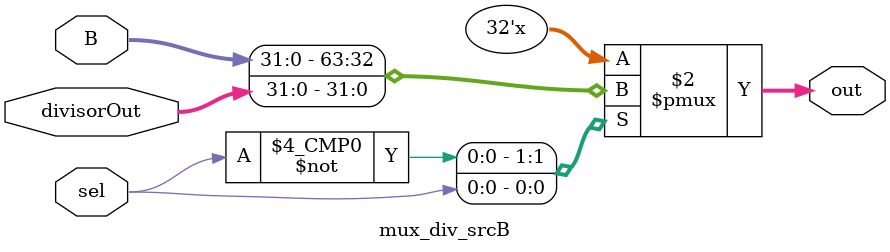
<source format=v>
module mux_div_srcB(
    input wire [31:0] B,
    input wire [31:0] divisorOut,
    input wire sel,
    output reg [31:0] out
);

always @* begin
    case (sel)
    1'b0: out = B;
    1'b1: out = divisorOut;
    endcase
end
endmodule
</source>
